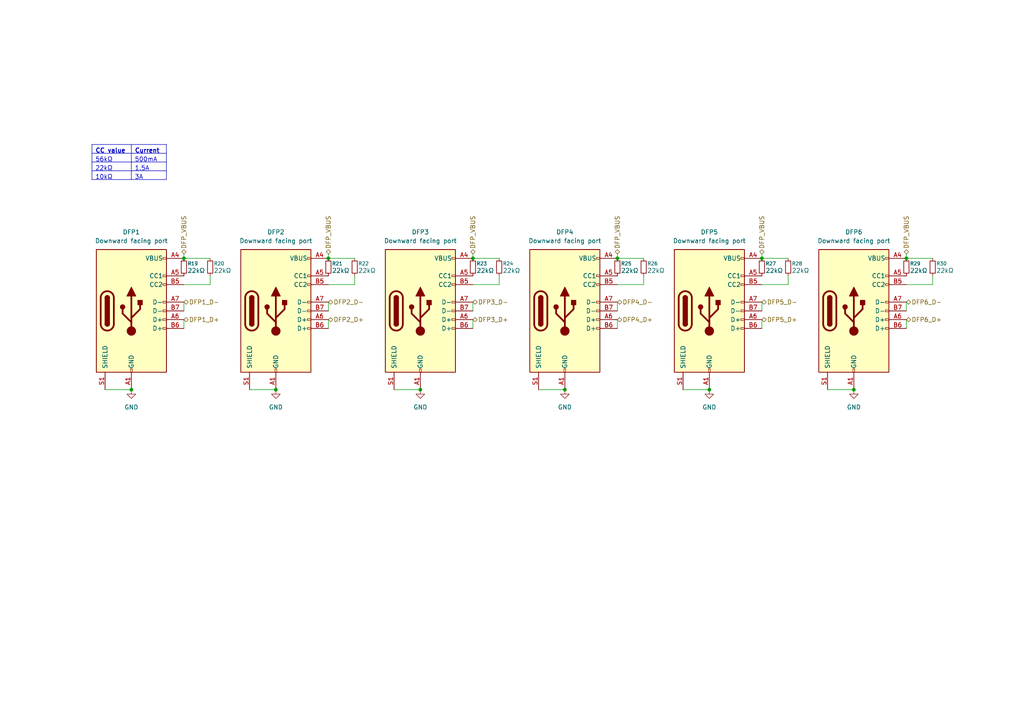
<source format=kicad_sch>
(kicad_sch (version 20250114) (generator "eeschema") (generator_version "9.0")
  (paper "A4")
  (title_block (title "Downstream-facing ports") (date "2025-12-10") (rev "R1") (company "https://pips.engineering"))
  (lib_symbols
    (symbol "Connector:USB_C_Receptacle_USB2.0_14P" (pin_names (offset 1.016))
      (property "Reference" "J" (at 0 22.225 0))
      (property "Value" "USB_C_Receptacle_USB2.0_14P" (at 0 19.685 0))
      (symbol "USB_C_Receptacle_USB2.0_14P_0_0"
        (rectangle (start -0.254 -17.78) (end 0.254 -16.764))
        (rectangle (start 10.16 15.494) (end 9.144 14.986))
        (rectangle (start 10.16 10.414) (end 9.144 9.906))
        (rectangle (start 10.16 7.874) (end 9.144 7.366))
        (rectangle (start 10.16 2.794) (end 9.144 2.286))
        (rectangle (start 10.16 0.254) (end 9.144 -0.254))
        (rectangle (start 10.16 -2.286) (end 9.144 -2.794))
        (rectangle (start 10.16 -4.826) (end 9.144 -5.334))
      )
      (symbol "USB_C_Receptacle_USB2.0_14P_0_1"
        (rectangle (start -10.16 17.78) (end 10.16 -17.78) (stroke (width 0.254)) (fill (type background)))
        (polyline (pts (xy -8.89 -3.81) (xy -8.89 3.81)) (stroke (width 0.508)))
        (rectangle (start -7.62 -3.81) (end -6.35 3.81) (stroke (width 0.254)) (fill (type outline)))
        (arc (start -7.62 3.81) (mid -6.985 4.4423) (end -6.35 3.81) (stroke (width 0.254)))
        (arc (start -7.62 3.81) (mid -6.985 4.4423) (end -6.35 3.81) (stroke (width 0.254)) (fill (type outline)))
        (arc (start -8.89 3.81) (mid -6.985 5.7067) (end -5.08 3.81) (stroke (width 0.508)))
        (arc (start -5.08 -3.81) (mid -6.985 -5.7067) (end -8.89 -3.81) (stroke (width 0.508)))
        (arc (start -6.35 -3.81) (mid -6.985 -4.4423) (end -7.62 -3.81) (stroke (width 0.254)))
        (arc (start -6.35 -3.81) (mid -6.985 -4.4423) (end -7.62 -3.81) (stroke (width 0.254)) (fill (type outline)))
        (polyline (pts (xy -5.08 3.81) (xy -5.08 -3.81)) (stroke (width 0.508)))
        (circle (center -2.54 1.143) (radius 0.635) (stroke (width 0.254)) (fill (type outline)))
        (polyline (pts (xy -1.27 4.318) (xy 0 6.858) (xy 1.27 4.318) (xy -1.27 4.318)) (stroke (width 0.254)) (fill (type outline)))
        (polyline (pts (xy 0 -2.032) (xy 2.54 0.508) (xy 2.54 1.778)) (stroke (width 0.508)))
        (polyline (pts (xy 0 -3.302) (xy -2.54 -0.762) (xy -2.54 0.508)) (stroke (width 0.508)))
        (polyline (pts (xy 0 -5.842) (xy 0 4.318)) (stroke (width 0.508)))
        (circle (center 0 -5.842) (radius 1.27) (fill (type outline)))
        (rectangle (start 1.905 1.778) (end 3.175 3.048) (stroke (width 0.254)) (fill (type outline)))
      )
      (symbol "USB_C_Receptacle_USB2.0_14P_1_1"
        (pin passive line (at -7.62 -22.86 90) (length 5.08) (name "SHIELD") (number "S1"))
        (pin passive line (at 0 -22.86 90) (length 5.08) (name "GND") (number "A1"))
        (pin passive line (at 0 -22.86 90) (length 5.08) (hide yes) (name "GND") (number "A12"))
        (pin passive line (at 0 -22.86 90) (length 5.08) (hide yes) (name "GND") (number "B1"))
        (pin passive line (at 0 -22.86 90) (length 5.08) (hide yes) (name "GND") (number "B12"))
        (pin passive line (at 15.24 15.24 180) (length 5.08) (name "VBUS") (number "A4"))
        (pin passive line (at 15.24 15.24 180) (length 5.08) (hide yes) (name "VBUS") (number "A9"))
        (pin passive line (at 15.24 15.24 180) (length 5.08) (hide yes) (name "VBUS") (number "B4"))
        (pin passive line (at 15.24 15.24 180) (length 5.08) (hide yes) (name "VBUS") (number "B9"))
        (pin bidirectional line (at 15.24 10.16 180) (length 5.08) (name "CC1") (number "A5"))
        (pin bidirectional line (at 15.24 7.62 180) (length 5.08) (name "CC2") (number "B5"))
        (pin bidirectional line (at 15.24 2.54 180) (length 5.08) (name "D-") (number "A7"))
        (pin bidirectional line (at 15.24 0 180) (length 5.08) (name "D-") (number "B7"))
        (pin bidirectional line (at 15.24 -2.54 180) (length 5.08) (name "D+") (number "A6"))
        (pin bidirectional line (at 15.24 -5.08 180) (length 5.08) (name "D+") (number "B6"))
      )
    )
    (symbol "Device:R_Small" (pin_numbers (hide yes)) (pin_names (offset 0.254) (hide yes))
      (property "Reference" "R" (at 0 0 90))
      (property "Value" "R_Small" (at 1.778 0 90))
      (symbol "R_Small_0_1"
        (rectangle (start -0.762 1.778) (end 0.762 -1.778) (stroke (width 0.2032)))
      )
      (symbol "R_Small_1_1"
        (pin passive line (at 0 2.54 270) (length 0.762) (name "~") (number "1"))
        (pin passive line (at 0 -2.54 90) (length 0.762) (name "~") (number "2"))
      )
    )
    (symbol "power:GND" (power) (pin_numbers (hide yes)) (pin_names (offset 0) (hide yes))
      (property "Value" "GND" (at 0 -3.81 0))
      (symbol "GND_0_1"
        (polyline (pts (xy 0 0) (xy 0 -1.27) (xy 1.27 -1.27) (xy 0 -2.54) (xy -1.27 -1.27) (xy 0 -1.27)))
      )
      (symbol "GND_1_1"
        (pin power_in line (at 0 0 270) (length 0) (name "~") (number "1"))
      )
    )
  )
  (junction (at 163.83 113.03))
  (junction (at 53.34 74.93))
  (junction (at 121.92 113.03))
  (junction (at 95.25 74.93))
  (junction (at 80.01 113.03))
  (junction (at 247.65 113.03))
  (junction (at 220.98 74.93))
  (junction (at 179.07 74.93))
  (junction (at 38.1 113.03))
  (junction (at 205.74 113.03))
  (junction (at 262.89 74.93))
  (junction (at 137.16 74.93))
  (wire (pts (xy 114.3 113.03) (xy 121.92 113.03)))
  (wire (pts (xy 102.87 82.55) (xy 102.87 80.01)))
  (wire (pts (xy 53.34 82.55) (xy 60.96 82.55)))
  (wire (pts (xy 270.51 74.93) (xy 262.89 74.93)))
  (wire (pts (xy 60.96 82.55) (xy 60.96 80.01)))
  (wire (pts (xy 179.07 87.63) (xy 179.07 90.17)))
  (wire (pts (xy 240.03 113.03) (xy 247.65 113.03)))
  (wire (pts (xy 186.69 74.93) (xy 179.07 74.93)))
  (wire (pts (xy 262.89 82.55) (xy 270.51 82.55)))
  (wire (pts (xy 262.89 73.66) (xy 262.89 74.93)))
  (wire (pts (xy 53.34 87.63) (xy 53.34 90.17)))
  (wire (pts (xy 137.16 87.63) (xy 137.16 90.17)))
  (wire (pts (xy 144.78 82.55) (xy 144.78 80.01)))
  (wire (pts (xy 60.96 74.93) (xy 53.34 74.93)))
  (wire (pts (xy 262.89 92.71) (xy 262.89 95.25)))
  (wire (pts (xy 270.51 82.55) (xy 270.51 80.01)))
  (wire (pts (xy 228.6 74.93) (xy 220.98 74.93)))
  (wire (pts (xy 144.78 74.93) (xy 137.16 74.93)))
  (wire (pts (xy 220.98 92.71) (xy 220.98 95.25)))
  (wire (pts (xy 137.16 82.55) (xy 144.78 82.55)))
  (wire (pts (xy 186.69 82.55) (xy 186.69 80.01)))
  (wire (pts (xy 220.98 82.55) (xy 228.6 82.55)))
  (wire (pts (xy 137.16 73.66) (xy 137.16 74.93)))
  (wire (pts (xy 220.98 87.63) (xy 220.98 90.17)))
  (wire (pts (xy 95.25 82.55) (xy 102.87 82.55)))
  (wire (pts (xy 179.07 73.66) (xy 179.07 74.93)))
  (wire (pts (xy 198.12 113.03) (xy 205.74 113.03)))
  (wire (pts (xy 156.21 113.03) (xy 163.83 113.03)))
  (wire (pts (xy 262.89 87.63) (xy 262.89 90.17)))
  (wire (pts (xy 95.25 92.71) (xy 95.25 95.25)))
  (wire (pts (xy 228.6 82.55) (xy 228.6 80.01)))
  (wire (pts (xy 30.48 113.03) (xy 38.1 113.03)))
  (wire (pts (xy 179.07 92.71) (xy 179.07 95.25)))
  (wire (pts (xy 95.25 87.63) (xy 95.25 90.17)))
  (wire (pts (xy 102.87 74.93) (xy 95.25 74.93)))
  (wire (pts (xy 137.16 92.71) (xy 137.16 95.25)))
  (wire (pts (xy 72.39 113.03) (xy 80.01 113.03)))
  (wire (pts (xy 53.34 73.66) (xy 53.34 74.93)))
  (wire (pts (xy 53.34 92.71) (xy 53.34 95.25)))
  (wire (pts (xy 220.98 73.66) (xy 220.98 74.93)))
  (wire (pts (xy 95.25 73.66) (xy 95.25 74.93)))
  (wire (pts (xy 179.07 82.55) (xy 186.69 82.55)))
  (table (column_count 2) (border (external yes) (header yes)) (separators (rows yes) (cols yes)) (column_widths 11.43 10.16) (row_heights 2.54 2.54 2.54 2.54) (cells (table_cell "CC value" (at 26.67 41.91 0) (size 11.43 2.54) (margins 0.9525 0.9525 0.9525 0.9525) (span 1 1)) (table_cell "Current" (at 38.1 41.91 0) (size 10.16 2.54) (margins 0.9525 0.9525 0.9525 0.9525) (span 1 1)) (table_cell "56kΩ" (at 26.67 44.45 0) (size 11.43 2.54) (margins 0.9525 0.9525 0.9525 0.9525) (span 1 1)) (table_cell "500mA" (at 38.1 44.45 0) (size 10.16 2.54) (margins 0.9525 0.9525 0.9525 0.9525) (span 1 1)) (table_cell "22kΩ" (at 26.67 46.99 0) (size 11.43 2.54) (margins 0.9525 0.9525 0.9525 0.9525) (span 1 1)) (table_cell "1.5A" (at 38.1 46.99 0) (size 10.16 2.54) (margins 0.9525 0.9525 0.9525 0.9525) (span 1 1)) (table_cell "10kΩ" (at 26.67 49.53 0) (size 11.43 2.54) (margins 0.9525 0.9525 0.9525 0.9525) (span 1 1)) (table_cell "3A" (at 38.1 49.53 0) (size 10.16 2.54) (margins 0.9525 0.9525 0.9525 0.9525) (span 1 1))))
  (hierarchical_label "DFP_VBUS" (shape bidirectional) (at 220.98 73.66 90))
  (hierarchical_label "DFP6_D+" (shape bidirectional) (at 262.89 92.71 0))
  (hierarchical_label "DFP4_D-" (shape bidirectional) (at 179.07 87.63 0))
  (hierarchical_label "DFP1_D-" (shape bidirectional) (at 53.34 87.63 0))
  (hierarchical_label "DFP_VBUS" (shape bidirectional) (at 262.89 73.66 90))
  (hierarchical_label "DFP5_D-" (shape bidirectional) (at 220.98 87.63 0))
  (hierarchical_label "DFP4_D+" (shape bidirectional) (at 179.07 92.71 0))
  (hierarchical_label "DFP_VBUS" (shape bidirectional) (at 53.34 73.66 90))
  (hierarchical_label "DFP1_D+" (shape bidirectional) (at 53.34 92.71 0))
  (hierarchical_label "DFP3_D+" (shape bidirectional) (at 137.16 92.71 0))
  (hierarchical_label "DFP3_D-" (shape bidirectional) (at 137.16 87.63 0))
  (hierarchical_label "DFP_VBUS" (shape bidirectional) (at 179.07 73.66 90))
  (hierarchical_label "DFP2_D-" (shape bidirectional) (at 95.25 87.63 0))
  (hierarchical_label "DFP2_D+" (shape bidirectional) (at 95.25 92.71 0))
  (hierarchical_label "DFP6_D-" (shape bidirectional) (at 262.89 87.63 0))
  (hierarchical_label "DFP_VBUS" (shape bidirectional) (at 95.25 73.66 90))
  (hierarchical_label "DFP_VBUS" (shape bidirectional) (at 137.16 73.66 90))
  (hierarchical_label "DFP5_D+" (shape bidirectional) (at 220.98 92.71 0))
  (symbol (lib_id "Device:R_Small") (at 220.98 77.47 0) (unit 1)
    (property "Reference" "R27" (at 221.996 76.454 0) (effects (font (size 1.016 1.016)) (justify left)))
    (property "Value" "22kΩ" (at 221.996 78.486 0) (effects (justify left)))
    (property "Description" "Resistor, small symbol" (effects (hide yes)))
  )
  (symbol (lib_id "Connector:USB_C_Receptacle_USB2.0_14P") (at 205.74 90.17 0) (unit 1)
    (property "Reference" "DFP5" (at 205.74 67.31 0))
    (property "Value" "Downward facing port" (at 205.74 69.85 0))
    (property "Datasheet" "https://www.usb.org/sites/default/files/documents/usb_type-c.zip" (effects (hide yes)))
    (property "Description" "USB 2.0-only 14P Type-C Receptacle connector" (effects (hide yes)))
  )
  (symbol (lib_id "Device:R_Small") (at 53.34 77.47 0) (unit 1)
    (property "Reference" "R19" (at 54.356 76.454 0) (effects (font (size 1.016 1.016)) (justify left)))
    (property "Value" "22kΩ" (at 54.356 78.486 0) (effects (justify left)))
    (property "Description" "Resistor, small symbol" (effects (hide yes)))
  )
  (symbol (lib_id "Device:R_Small") (at 144.78 77.47 0) (unit 1)
    (property "Reference" "R24" (at 145.796 76.454 0) (effects (font (size 1.016 1.016)) (justify left)))
    (property "Value" "22kΩ" (at 145.796 78.486 0) (effects (justify left)))
    (property "Description" "Resistor, small symbol" (effects (hide yes)))
  )
  (symbol (lib_id "Connector:USB_C_Receptacle_USB2.0_14P") (at 163.83 90.17 0) (unit 1)
    (property "Reference" "DFP4" (at 163.83 67.31 0))
    (property "Value" "Downward facing port" (at 163.83 69.85 0))
    (property "Datasheet" "https://www.usb.org/sites/default/files/documents/usb_type-c.zip" (effects (hide yes)))
    (property "Description" "USB 2.0-only 14P Type-C Receptacle connector" (effects (hide yes)))
  )
  (symbol (lib_id "Device:R_Small") (at 102.87 77.47 0) (unit 1)
    (property "Reference" "R22" (at 103.886 76.454 0) (effects (font (size 1.016 1.016)) (justify left)))
    (property "Value" "22kΩ" (at 103.886 78.486 0) (effects (justify left)))
    (property "Description" "Resistor, small symbol" (effects (hide yes)))
  )
  (symbol (lib_id "power:GND") (at 38.1 113.03 0) (unit 1)
    (property "Reference" "#PWR026" (effects (hide yes)))
    (property "Value" "GND" (at 38.1 118.11 0))
    (property "Description" "Power symbol creates a global label with name \"GND\" , ground" (effects (hide yes)))
  )
  (symbol (lib_id "power:GND") (at 247.65 113.03 0) (unit 1)
    (property "Reference" "#PWR031" (effects (hide yes)))
    (property "Value" "GND" (at 247.65 118.11 0))
    (property "Description" "Power symbol creates a global label with name \"GND\" , ground" (effects (hide yes)))
  )
  (symbol (lib_id "power:GND") (at 205.74 113.03 0) (unit 1)
    (property "Reference" "#PWR030" (effects (hide yes)))
    (property "Value" "GND" (at 205.74 118.11 0))
    (property "Description" "Power symbol creates a global label with name \"GND\" , ground" (effects (hide yes)))
  )
  (symbol (lib_id "Connector:USB_C_Receptacle_USB2.0_14P") (at 247.65 90.17 0) (unit 1)
    (property "Reference" "DFP6" (at 247.65 67.31 0))
    (property "Value" "Downward facing port" (at 247.65 69.85 0))
    (property "Datasheet" "https://www.usb.org/sites/default/files/documents/usb_type-c.zip" (effects (hide yes)))
    (property "Description" "USB 2.0-only 14P Type-C Receptacle connector" (effects (hide yes)))
  )
  (symbol (lib_id "Device:R_Small") (at 137.16 77.47 0) (unit 1)
    (property "Reference" "R23" (at 138.176 76.454 0) (effects (font (size 1.016 1.016)) (justify left)))
    (property "Value" "22kΩ" (at 138.176 78.486 0) (effects (justify left)))
    (property "Description" "Resistor, small symbol" (effects (hide yes)))
  )
  (symbol (lib_id "Connector:USB_C_Receptacle_USB2.0_14P") (at 38.1 90.17 0) (unit 1)
    (property "Reference" "DFP1" (at 38.1 67.31 0))
    (property "Value" "Downward facing port" (at 38.1 69.85 0))
    (property "Datasheet" "https://www.usb.org/sites/default/files/documents/usb_type-c.zip" (effects (hide yes)))
    (property "Description" "USB 2.0-only 14P Type-C Receptacle connector" (effects (hide yes)))
  )
  (symbol (lib_id "Device:R_Small") (at 262.89 77.47 0) (unit 1)
    (property "Reference" "R29" (at 263.906 76.454 0) (effects (font (size 1.016 1.016)) (justify left)))
    (property "Value" "22kΩ" (at 263.906 78.486 0) (effects (justify left)))
    (property "Description" "Resistor, small symbol" (effects (hide yes)))
  )
  (symbol (lib_id "Device:R_Small") (at 228.6 77.47 0) (unit 1)
    (property "Reference" "R28" (at 229.616 76.454 0) (effects (font (size 1.016 1.016)) (justify left)))
    (property "Value" "22kΩ" (at 229.616 78.486 0) (effects (justify left)))
    (property "Description" "Resistor, small symbol" (effects (hide yes)))
  )
  (symbol (lib_id "Device:R_Small") (at 60.96 77.47 0) (unit 1)
    (property "Reference" "R20" (at 61.976 76.454 0) (effects (font (size 1.016 1.016)) (justify left)))
    (property "Value" "22kΩ" (at 61.976 78.486 0) (effects (justify left)))
    (property "Description" "Resistor, small symbol" (effects (hide yes)))
  )
  (symbol (lib_id "Device:R_Small") (at 270.51 77.47 0) (unit 1)
    (property "Reference" "R30" (at 271.526 76.454 0) (effects (font (size 1.016 1.016)) (justify left)))
    (property "Value" "22kΩ" (at 271.526 78.486 0) (effects (justify left)))
    (property "Description" "Resistor, small symbol" (effects (hide yes)))
  )
  (symbol (lib_id "Connector:USB_C_Receptacle_USB2.0_14P") (at 121.92 90.17 0) (unit 1)
    (property "Reference" "DFP3" (at 121.92 67.31 0))
    (property "Value" "Downward facing port" (at 121.92 69.85 0))
    (property "Datasheet" "https://www.usb.org/sites/default/files/documents/usb_type-c.zip" (effects (hide yes)))
    (property "Description" "USB 2.0-only 14P Type-C Receptacle connector" (effects (hide yes)))
  )
  (symbol (lib_id "power:GND") (at 163.83 113.03 0) (unit 1)
    (property "Reference" "#PWR029" (effects (hide yes)))
    (property "Value" "GND" (at 163.83 118.11 0))
    (property "Description" "Power symbol creates a global label with name \"GND\" , ground" (effects (hide yes)))
  )
  (symbol (lib_id "Connector:USB_C_Receptacle_USB2.0_14P") (at 80.01 90.17 0) (unit 1)
    (property "Reference" "DFP2" (at 80.01 67.31 0))
    (property "Value" "Downward facing port" (at 80.01 69.85 0))
    (property "Datasheet" "https://www.usb.org/sites/default/files/documents/usb_type-c.zip" (effects (hide yes)))
    (property "Description" "USB 2.0-only 14P Type-C Receptacle connector" (effects (hide yes)))
  )
  (symbol (lib_id "power:GND") (at 80.01 113.03 0) (unit 1)
    (property "Reference" "#PWR027" (effects (hide yes)))
    (property "Value" "GND" (at 80.01 118.11 0))
    (property "Description" "Power symbol creates a global label with name \"GND\" , ground" (effects (hide yes)))
  )
  (symbol (lib_id "Device:R_Small") (at 186.69 77.47 0) (unit 1)
    (property "Reference" "R26" (at 187.706 76.454 0) (effects (font (size 1.016 1.016)) (justify left)))
    (property "Value" "22kΩ" (at 187.706 78.486 0) (effects (justify left)))
    (property "Description" "Resistor, small symbol" (effects (hide yes)))
  )
  (symbol (lib_id "Device:R_Small") (at 95.25 77.47 0) (unit 1)
    (property "Reference" "R21" (at 96.266 76.454 0) (effects (font (size 1.016 1.016)) (justify left)))
    (property "Value" "22kΩ" (at 96.266 78.486 0) (effects (justify left)))
    (property "Description" "Resistor, small symbol" (effects (hide yes)))
  )
  (symbol (lib_id "Device:R_Small") (at 179.07 77.47 0) (unit 1)
    (property "Reference" "R25" (at 180.086 76.454 0) (effects (font (size 1.016 1.016)) (justify left)))
    (property "Value" "22kΩ" (at 180.086 78.486 0) (effects (justify left)))
    (property "Description" "Resistor, small symbol" (effects (hide yes)))
  )
  (symbol (lib_id "power:GND") (at 121.92 113.03 0) (unit 1)
    (property "Reference" "#PWR028" (effects (hide yes)))
    (property "Value" "GND" (at 121.92 118.11 0))
    (property "Description" "Power symbol creates a global label with name \"GND\" , ground" (effects (hide yes)))
  )
)
</source>
